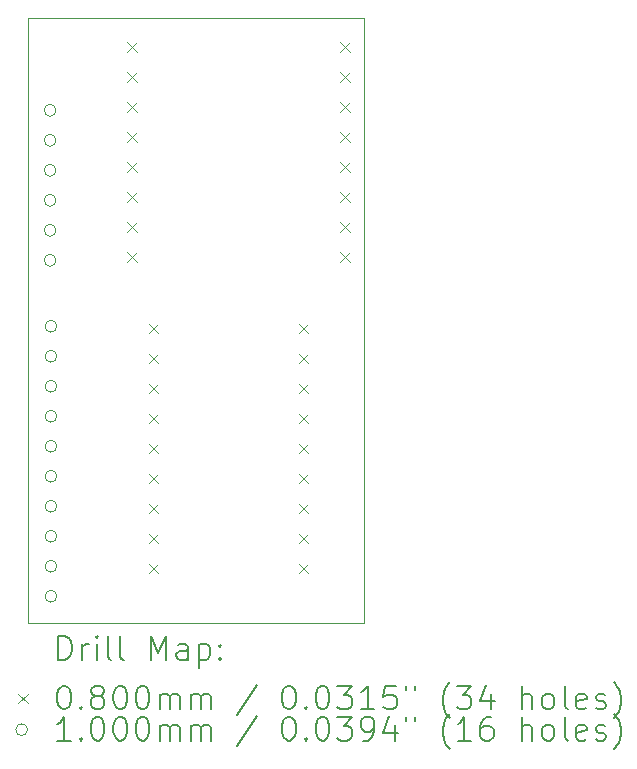
<source format=gbr>
%TF.GenerationSoftware,KiCad,Pcbnew,8.0.8*%
%TF.CreationDate,2025-04-09T11:10:21-04:00*%
%TF.ProjectId,DFPlayer and LCD,4446506c-6179-4657-9220-616e64204c43,rev?*%
%TF.SameCoordinates,Original*%
%TF.FileFunction,Drillmap*%
%TF.FilePolarity,Positive*%
%FSLAX45Y45*%
G04 Gerber Fmt 4.5, Leading zero omitted, Abs format (unit mm)*
G04 Created by KiCad (PCBNEW 8.0.8) date 2025-04-09 11:10:21*
%MOMM*%
%LPD*%
G01*
G04 APERTURE LIST*
%ADD10C,0.050000*%
%ADD11C,0.200000*%
%ADD12C,0.100000*%
G04 APERTURE END LIST*
D10*
X12735000Y-5395000D02*
X15585000Y-5395000D01*
X15585000Y-10510000D01*
X12735000Y-10510000D01*
X12735000Y-5395000D01*
D11*
D12*
X13578300Y-5596000D02*
X13658300Y-5676000D01*
X13658300Y-5596000D02*
X13578300Y-5676000D01*
X13578300Y-5850000D02*
X13658300Y-5930000D01*
X13658300Y-5850000D02*
X13578300Y-5930000D01*
X13578300Y-6104000D02*
X13658300Y-6184000D01*
X13658300Y-6104000D02*
X13578300Y-6184000D01*
X13578300Y-6358000D02*
X13658300Y-6438000D01*
X13658300Y-6358000D02*
X13578300Y-6438000D01*
X13578300Y-6612000D02*
X13658300Y-6692000D01*
X13658300Y-6612000D02*
X13578300Y-6692000D01*
X13578300Y-6866000D02*
X13658300Y-6946000D01*
X13658300Y-6866000D02*
X13578300Y-6946000D01*
X13578300Y-7120000D02*
X13658300Y-7200000D01*
X13658300Y-7120000D02*
X13578300Y-7200000D01*
X13578300Y-7374000D02*
X13658300Y-7454000D01*
X13658300Y-7374000D02*
X13578300Y-7454000D01*
X13760000Y-7979000D02*
X13840000Y-8059000D01*
X13840000Y-7979000D02*
X13760000Y-8059000D01*
X13760000Y-8233000D02*
X13840000Y-8313000D01*
X13840000Y-8233000D02*
X13760000Y-8313000D01*
X13760000Y-8487000D02*
X13840000Y-8567000D01*
X13840000Y-8487000D02*
X13760000Y-8567000D01*
X13760000Y-8741000D02*
X13840000Y-8821000D01*
X13840000Y-8741000D02*
X13760000Y-8821000D01*
X13760000Y-8995000D02*
X13840000Y-9075000D01*
X13840000Y-8995000D02*
X13760000Y-9075000D01*
X13760000Y-9249000D02*
X13840000Y-9329000D01*
X13840000Y-9249000D02*
X13760000Y-9329000D01*
X13760000Y-9503000D02*
X13840000Y-9583000D01*
X13840000Y-9503000D02*
X13760000Y-9583000D01*
X13760000Y-9757000D02*
X13840000Y-9837000D01*
X13840000Y-9757000D02*
X13760000Y-9837000D01*
X13760000Y-10011000D02*
X13840000Y-10091000D01*
X13840000Y-10011000D02*
X13760000Y-10091000D01*
X15030000Y-7979000D02*
X15110000Y-8059000D01*
X15110000Y-7979000D02*
X15030000Y-8059000D01*
X15030000Y-8233000D02*
X15110000Y-8313000D01*
X15110000Y-8233000D02*
X15030000Y-8313000D01*
X15030000Y-8487000D02*
X15110000Y-8567000D01*
X15110000Y-8487000D02*
X15030000Y-8567000D01*
X15030000Y-8741000D02*
X15110000Y-8821000D01*
X15110000Y-8741000D02*
X15030000Y-8821000D01*
X15030000Y-8995000D02*
X15110000Y-9075000D01*
X15110000Y-8995000D02*
X15030000Y-9075000D01*
X15030000Y-9249000D02*
X15110000Y-9329000D01*
X15110000Y-9249000D02*
X15030000Y-9329000D01*
X15030000Y-9503000D02*
X15110000Y-9583000D01*
X15110000Y-9503000D02*
X15030000Y-9583000D01*
X15030000Y-9757000D02*
X15110000Y-9837000D01*
X15110000Y-9757000D02*
X15030000Y-9837000D01*
X15030000Y-10011000D02*
X15110000Y-10091000D01*
X15110000Y-10011000D02*
X15030000Y-10091000D01*
X15381700Y-5596000D02*
X15461700Y-5676000D01*
X15461700Y-5596000D02*
X15381700Y-5676000D01*
X15381700Y-5850000D02*
X15461700Y-5930000D01*
X15461700Y-5850000D02*
X15381700Y-5930000D01*
X15381700Y-6104000D02*
X15461700Y-6184000D01*
X15461700Y-6104000D02*
X15381700Y-6184000D01*
X15381700Y-6358000D02*
X15461700Y-6438000D01*
X15461700Y-6358000D02*
X15381700Y-6438000D01*
X15381700Y-6612000D02*
X15461700Y-6692000D01*
X15461700Y-6612000D02*
X15381700Y-6692000D01*
X15381700Y-6866000D02*
X15461700Y-6946000D01*
X15461700Y-6866000D02*
X15381700Y-6946000D01*
X15381700Y-7120000D02*
X15461700Y-7200000D01*
X15461700Y-7120000D02*
X15381700Y-7200000D01*
X15381700Y-7374000D02*
X15461700Y-7454000D01*
X15461700Y-7374000D02*
X15381700Y-7454000D01*
X12972500Y-6172500D02*
G75*
G02*
X12872500Y-6172500I-50000J0D01*
G01*
X12872500Y-6172500D02*
G75*
G02*
X12972500Y-6172500I50000J0D01*
G01*
X12972500Y-6426500D02*
G75*
G02*
X12872500Y-6426500I-50000J0D01*
G01*
X12872500Y-6426500D02*
G75*
G02*
X12972500Y-6426500I50000J0D01*
G01*
X12972500Y-6680500D02*
G75*
G02*
X12872500Y-6680500I-50000J0D01*
G01*
X12872500Y-6680500D02*
G75*
G02*
X12972500Y-6680500I50000J0D01*
G01*
X12972500Y-6934500D02*
G75*
G02*
X12872500Y-6934500I-50000J0D01*
G01*
X12872500Y-6934500D02*
G75*
G02*
X12972500Y-6934500I50000J0D01*
G01*
X12972500Y-7188500D02*
G75*
G02*
X12872500Y-7188500I-50000J0D01*
G01*
X12872500Y-7188500D02*
G75*
G02*
X12972500Y-7188500I50000J0D01*
G01*
X12972500Y-7442500D02*
G75*
G02*
X12872500Y-7442500I-50000J0D01*
G01*
X12872500Y-7442500D02*
G75*
G02*
X12972500Y-7442500I50000J0D01*
G01*
X12980000Y-8001000D02*
G75*
G02*
X12880000Y-8001000I-50000J0D01*
G01*
X12880000Y-8001000D02*
G75*
G02*
X12980000Y-8001000I50000J0D01*
G01*
X12980000Y-8255000D02*
G75*
G02*
X12880000Y-8255000I-50000J0D01*
G01*
X12880000Y-8255000D02*
G75*
G02*
X12980000Y-8255000I50000J0D01*
G01*
X12980000Y-8509000D02*
G75*
G02*
X12880000Y-8509000I-50000J0D01*
G01*
X12880000Y-8509000D02*
G75*
G02*
X12980000Y-8509000I50000J0D01*
G01*
X12980000Y-8763000D02*
G75*
G02*
X12880000Y-8763000I-50000J0D01*
G01*
X12880000Y-8763000D02*
G75*
G02*
X12980000Y-8763000I50000J0D01*
G01*
X12980000Y-9017000D02*
G75*
G02*
X12880000Y-9017000I-50000J0D01*
G01*
X12880000Y-9017000D02*
G75*
G02*
X12980000Y-9017000I50000J0D01*
G01*
X12980000Y-9271000D02*
G75*
G02*
X12880000Y-9271000I-50000J0D01*
G01*
X12880000Y-9271000D02*
G75*
G02*
X12980000Y-9271000I50000J0D01*
G01*
X12980000Y-9525000D02*
G75*
G02*
X12880000Y-9525000I-50000J0D01*
G01*
X12880000Y-9525000D02*
G75*
G02*
X12980000Y-9525000I50000J0D01*
G01*
X12980000Y-9779000D02*
G75*
G02*
X12880000Y-9779000I-50000J0D01*
G01*
X12880000Y-9779000D02*
G75*
G02*
X12980000Y-9779000I50000J0D01*
G01*
X12980000Y-10033000D02*
G75*
G02*
X12880000Y-10033000I-50000J0D01*
G01*
X12880000Y-10033000D02*
G75*
G02*
X12980000Y-10033000I50000J0D01*
G01*
X12980000Y-10287000D02*
G75*
G02*
X12880000Y-10287000I-50000J0D01*
G01*
X12880000Y-10287000D02*
G75*
G02*
X12980000Y-10287000I50000J0D01*
G01*
D11*
X12993277Y-10823984D02*
X12993277Y-10623984D01*
X12993277Y-10623984D02*
X13040896Y-10623984D01*
X13040896Y-10623984D02*
X13069467Y-10633508D01*
X13069467Y-10633508D02*
X13088515Y-10652555D01*
X13088515Y-10652555D02*
X13098039Y-10671603D01*
X13098039Y-10671603D02*
X13107562Y-10709698D01*
X13107562Y-10709698D02*
X13107562Y-10738270D01*
X13107562Y-10738270D02*
X13098039Y-10776365D01*
X13098039Y-10776365D02*
X13088515Y-10795412D01*
X13088515Y-10795412D02*
X13069467Y-10814460D01*
X13069467Y-10814460D02*
X13040896Y-10823984D01*
X13040896Y-10823984D02*
X12993277Y-10823984D01*
X13193277Y-10823984D02*
X13193277Y-10690650D01*
X13193277Y-10728746D02*
X13202801Y-10709698D01*
X13202801Y-10709698D02*
X13212324Y-10700174D01*
X13212324Y-10700174D02*
X13231372Y-10690650D01*
X13231372Y-10690650D02*
X13250420Y-10690650D01*
X13317086Y-10823984D02*
X13317086Y-10690650D01*
X13317086Y-10623984D02*
X13307562Y-10633508D01*
X13307562Y-10633508D02*
X13317086Y-10643031D01*
X13317086Y-10643031D02*
X13326610Y-10633508D01*
X13326610Y-10633508D02*
X13317086Y-10623984D01*
X13317086Y-10623984D02*
X13317086Y-10643031D01*
X13440896Y-10823984D02*
X13421848Y-10814460D01*
X13421848Y-10814460D02*
X13412324Y-10795412D01*
X13412324Y-10795412D02*
X13412324Y-10623984D01*
X13545658Y-10823984D02*
X13526610Y-10814460D01*
X13526610Y-10814460D02*
X13517086Y-10795412D01*
X13517086Y-10795412D02*
X13517086Y-10623984D01*
X13774229Y-10823984D02*
X13774229Y-10623984D01*
X13774229Y-10623984D02*
X13840896Y-10766841D01*
X13840896Y-10766841D02*
X13907562Y-10623984D01*
X13907562Y-10623984D02*
X13907562Y-10823984D01*
X14088515Y-10823984D02*
X14088515Y-10719222D01*
X14088515Y-10719222D02*
X14078991Y-10700174D01*
X14078991Y-10700174D02*
X14059943Y-10690650D01*
X14059943Y-10690650D02*
X14021848Y-10690650D01*
X14021848Y-10690650D02*
X14002801Y-10700174D01*
X14088515Y-10814460D02*
X14069467Y-10823984D01*
X14069467Y-10823984D02*
X14021848Y-10823984D01*
X14021848Y-10823984D02*
X14002801Y-10814460D01*
X14002801Y-10814460D02*
X13993277Y-10795412D01*
X13993277Y-10795412D02*
X13993277Y-10776365D01*
X13993277Y-10776365D02*
X14002801Y-10757317D01*
X14002801Y-10757317D02*
X14021848Y-10747793D01*
X14021848Y-10747793D02*
X14069467Y-10747793D01*
X14069467Y-10747793D02*
X14088515Y-10738270D01*
X14183753Y-10690650D02*
X14183753Y-10890650D01*
X14183753Y-10700174D02*
X14202801Y-10690650D01*
X14202801Y-10690650D02*
X14240896Y-10690650D01*
X14240896Y-10690650D02*
X14259943Y-10700174D01*
X14259943Y-10700174D02*
X14269467Y-10709698D01*
X14269467Y-10709698D02*
X14278991Y-10728746D01*
X14278991Y-10728746D02*
X14278991Y-10785889D01*
X14278991Y-10785889D02*
X14269467Y-10804936D01*
X14269467Y-10804936D02*
X14259943Y-10814460D01*
X14259943Y-10814460D02*
X14240896Y-10823984D01*
X14240896Y-10823984D02*
X14202801Y-10823984D01*
X14202801Y-10823984D02*
X14183753Y-10814460D01*
X14364705Y-10804936D02*
X14374229Y-10814460D01*
X14374229Y-10814460D02*
X14364705Y-10823984D01*
X14364705Y-10823984D02*
X14355182Y-10814460D01*
X14355182Y-10814460D02*
X14364705Y-10804936D01*
X14364705Y-10804936D02*
X14364705Y-10823984D01*
X14364705Y-10700174D02*
X14374229Y-10709698D01*
X14374229Y-10709698D02*
X14364705Y-10719222D01*
X14364705Y-10719222D02*
X14355182Y-10709698D01*
X14355182Y-10709698D02*
X14364705Y-10700174D01*
X14364705Y-10700174D02*
X14364705Y-10719222D01*
D12*
X12652500Y-11112500D02*
X12732500Y-11192500D01*
X12732500Y-11112500D02*
X12652500Y-11192500D01*
D11*
X13031372Y-11043984D02*
X13050420Y-11043984D01*
X13050420Y-11043984D02*
X13069467Y-11053508D01*
X13069467Y-11053508D02*
X13078991Y-11063031D01*
X13078991Y-11063031D02*
X13088515Y-11082079D01*
X13088515Y-11082079D02*
X13098039Y-11120174D01*
X13098039Y-11120174D02*
X13098039Y-11167793D01*
X13098039Y-11167793D02*
X13088515Y-11205888D01*
X13088515Y-11205888D02*
X13078991Y-11224936D01*
X13078991Y-11224936D02*
X13069467Y-11234460D01*
X13069467Y-11234460D02*
X13050420Y-11243984D01*
X13050420Y-11243984D02*
X13031372Y-11243984D01*
X13031372Y-11243984D02*
X13012324Y-11234460D01*
X13012324Y-11234460D02*
X13002801Y-11224936D01*
X13002801Y-11224936D02*
X12993277Y-11205888D01*
X12993277Y-11205888D02*
X12983753Y-11167793D01*
X12983753Y-11167793D02*
X12983753Y-11120174D01*
X12983753Y-11120174D02*
X12993277Y-11082079D01*
X12993277Y-11082079D02*
X13002801Y-11063031D01*
X13002801Y-11063031D02*
X13012324Y-11053508D01*
X13012324Y-11053508D02*
X13031372Y-11043984D01*
X13183753Y-11224936D02*
X13193277Y-11234460D01*
X13193277Y-11234460D02*
X13183753Y-11243984D01*
X13183753Y-11243984D02*
X13174229Y-11234460D01*
X13174229Y-11234460D02*
X13183753Y-11224936D01*
X13183753Y-11224936D02*
X13183753Y-11243984D01*
X13307562Y-11129698D02*
X13288515Y-11120174D01*
X13288515Y-11120174D02*
X13278991Y-11110650D01*
X13278991Y-11110650D02*
X13269467Y-11091603D01*
X13269467Y-11091603D02*
X13269467Y-11082079D01*
X13269467Y-11082079D02*
X13278991Y-11063031D01*
X13278991Y-11063031D02*
X13288515Y-11053508D01*
X13288515Y-11053508D02*
X13307562Y-11043984D01*
X13307562Y-11043984D02*
X13345658Y-11043984D01*
X13345658Y-11043984D02*
X13364705Y-11053508D01*
X13364705Y-11053508D02*
X13374229Y-11063031D01*
X13374229Y-11063031D02*
X13383753Y-11082079D01*
X13383753Y-11082079D02*
X13383753Y-11091603D01*
X13383753Y-11091603D02*
X13374229Y-11110650D01*
X13374229Y-11110650D02*
X13364705Y-11120174D01*
X13364705Y-11120174D02*
X13345658Y-11129698D01*
X13345658Y-11129698D02*
X13307562Y-11129698D01*
X13307562Y-11129698D02*
X13288515Y-11139222D01*
X13288515Y-11139222D02*
X13278991Y-11148746D01*
X13278991Y-11148746D02*
X13269467Y-11167793D01*
X13269467Y-11167793D02*
X13269467Y-11205888D01*
X13269467Y-11205888D02*
X13278991Y-11224936D01*
X13278991Y-11224936D02*
X13288515Y-11234460D01*
X13288515Y-11234460D02*
X13307562Y-11243984D01*
X13307562Y-11243984D02*
X13345658Y-11243984D01*
X13345658Y-11243984D02*
X13364705Y-11234460D01*
X13364705Y-11234460D02*
X13374229Y-11224936D01*
X13374229Y-11224936D02*
X13383753Y-11205888D01*
X13383753Y-11205888D02*
X13383753Y-11167793D01*
X13383753Y-11167793D02*
X13374229Y-11148746D01*
X13374229Y-11148746D02*
X13364705Y-11139222D01*
X13364705Y-11139222D02*
X13345658Y-11129698D01*
X13507562Y-11043984D02*
X13526610Y-11043984D01*
X13526610Y-11043984D02*
X13545658Y-11053508D01*
X13545658Y-11053508D02*
X13555182Y-11063031D01*
X13555182Y-11063031D02*
X13564705Y-11082079D01*
X13564705Y-11082079D02*
X13574229Y-11120174D01*
X13574229Y-11120174D02*
X13574229Y-11167793D01*
X13574229Y-11167793D02*
X13564705Y-11205888D01*
X13564705Y-11205888D02*
X13555182Y-11224936D01*
X13555182Y-11224936D02*
X13545658Y-11234460D01*
X13545658Y-11234460D02*
X13526610Y-11243984D01*
X13526610Y-11243984D02*
X13507562Y-11243984D01*
X13507562Y-11243984D02*
X13488515Y-11234460D01*
X13488515Y-11234460D02*
X13478991Y-11224936D01*
X13478991Y-11224936D02*
X13469467Y-11205888D01*
X13469467Y-11205888D02*
X13459943Y-11167793D01*
X13459943Y-11167793D02*
X13459943Y-11120174D01*
X13459943Y-11120174D02*
X13469467Y-11082079D01*
X13469467Y-11082079D02*
X13478991Y-11063031D01*
X13478991Y-11063031D02*
X13488515Y-11053508D01*
X13488515Y-11053508D02*
X13507562Y-11043984D01*
X13698039Y-11043984D02*
X13717086Y-11043984D01*
X13717086Y-11043984D02*
X13736134Y-11053508D01*
X13736134Y-11053508D02*
X13745658Y-11063031D01*
X13745658Y-11063031D02*
X13755182Y-11082079D01*
X13755182Y-11082079D02*
X13764705Y-11120174D01*
X13764705Y-11120174D02*
X13764705Y-11167793D01*
X13764705Y-11167793D02*
X13755182Y-11205888D01*
X13755182Y-11205888D02*
X13745658Y-11224936D01*
X13745658Y-11224936D02*
X13736134Y-11234460D01*
X13736134Y-11234460D02*
X13717086Y-11243984D01*
X13717086Y-11243984D02*
X13698039Y-11243984D01*
X13698039Y-11243984D02*
X13678991Y-11234460D01*
X13678991Y-11234460D02*
X13669467Y-11224936D01*
X13669467Y-11224936D02*
X13659943Y-11205888D01*
X13659943Y-11205888D02*
X13650420Y-11167793D01*
X13650420Y-11167793D02*
X13650420Y-11120174D01*
X13650420Y-11120174D02*
X13659943Y-11082079D01*
X13659943Y-11082079D02*
X13669467Y-11063031D01*
X13669467Y-11063031D02*
X13678991Y-11053508D01*
X13678991Y-11053508D02*
X13698039Y-11043984D01*
X13850420Y-11243984D02*
X13850420Y-11110650D01*
X13850420Y-11129698D02*
X13859943Y-11120174D01*
X13859943Y-11120174D02*
X13878991Y-11110650D01*
X13878991Y-11110650D02*
X13907563Y-11110650D01*
X13907563Y-11110650D02*
X13926610Y-11120174D01*
X13926610Y-11120174D02*
X13936134Y-11139222D01*
X13936134Y-11139222D02*
X13936134Y-11243984D01*
X13936134Y-11139222D02*
X13945658Y-11120174D01*
X13945658Y-11120174D02*
X13964705Y-11110650D01*
X13964705Y-11110650D02*
X13993277Y-11110650D01*
X13993277Y-11110650D02*
X14012324Y-11120174D01*
X14012324Y-11120174D02*
X14021848Y-11139222D01*
X14021848Y-11139222D02*
X14021848Y-11243984D01*
X14117086Y-11243984D02*
X14117086Y-11110650D01*
X14117086Y-11129698D02*
X14126610Y-11120174D01*
X14126610Y-11120174D02*
X14145658Y-11110650D01*
X14145658Y-11110650D02*
X14174229Y-11110650D01*
X14174229Y-11110650D02*
X14193277Y-11120174D01*
X14193277Y-11120174D02*
X14202801Y-11139222D01*
X14202801Y-11139222D02*
X14202801Y-11243984D01*
X14202801Y-11139222D02*
X14212324Y-11120174D01*
X14212324Y-11120174D02*
X14231372Y-11110650D01*
X14231372Y-11110650D02*
X14259943Y-11110650D01*
X14259943Y-11110650D02*
X14278991Y-11120174D01*
X14278991Y-11120174D02*
X14288515Y-11139222D01*
X14288515Y-11139222D02*
X14288515Y-11243984D01*
X14678991Y-11034460D02*
X14507563Y-11291603D01*
X14936134Y-11043984D02*
X14955182Y-11043984D01*
X14955182Y-11043984D02*
X14974229Y-11053508D01*
X14974229Y-11053508D02*
X14983753Y-11063031D01*
X14983753Y-11063031D02*
X14993277Y-11082079D01*
X14993277Y-11082079D02*
X15002801Y-11120174D01*
X15002801Y-11120174D02*
X15002801Y-11167793D01*
X15002801Y-11167793D02*
X14993277Y-11205888D01*
X14993277Y-11205888D02*
X14983753Y-11224936D01*
X14983753Y-11224936D02*
X14974229Y-11234460D01*
X14974229Y-11234460D02*
X14955182Y-11243984D01*
X14955182Y-11243984D02*
X14936134Y-11243984D01*
X14936134Y-11243984D02*
X14917086Y-11234460D01*
X14917086Y-11234460D02*
X14907563Y-11224936D01*
X14907563Y-11224936D02*
X14898039Y-11205888D01*
X14898039Y-11205888D02*
X14888515Y-11167793D01*
X14888515Y-11167793D02*
X14888515Y-11120174D01*
X14888515Y-11120174D02*
X14898039Y-11082079D01*
X14898039Y-11082079D02*
X14907563Y-11063031D01*
X14907563Y-11063031D02*
X14917086Y-11053508D01*
X14917086Y-11053508D02*
X14936134Y-11043984D01*
X15088515Y-11224936D02*
X15098039Y-11234460D01*
X15098039Y-11234460D02*
X15088515Y-11243984D01*
X15088515Y-11243984D02*
X15078991Y-11234460D01*
X15078991Y-11234460D02*
X15088515Y-11224936D01*
X15088515Y-11224936D02*
X15088515Y-11243984D01*
X15221848Y-11043984D02*
X15240896Y-11043984D01*
X15240896Y-11043984D02*
X15259944Y-11053508D01*
X15259944Y-11053508D02*
X15269467Y-11063031D01*
X15269467Y-11063031D02*
X15278991Y-11082079D01*
X15278991Y-11082079D02*
X15288515Y-11120174D01*
X15288515Y-11120174D02*
X15288515Y-11167793D01*
X15288515Y-11167793D02*
X15278991Y-11205888D01*
X15278991Y-11205888D02*
X15269467Y-11224936D01*
X15269467Y-11224936D02*
X15259944Y-11234460D01*
X15259944Y-11234460D02*
X15240896Y-11243984D01*
X15240896Y-11243984D02*
X15221848Y-11243984D01*
X15221848Y-11243984D02*
X15202801Y-11234460D01*
X15202801Y-11234460D02*
X15193277Y-11224936D01*
X15193277Y-11224936D02*
X15183753Y-11205888D01*
X15183753Y-11205888D02*
X15174229Y-11167793D01*
X15174229Y-11167793D02*
X15174229Y-11120174D01*
X15174229Y-11120174D02*
X15183753Y-11082079D01*
X15183753Y-11082079D02*
X15193277Y-11063031D01*
X15193277Y-11063031D02*
X15202801Y-11053508D01*
X15202801Y-11053508D02*
X15221848Y-11043984D01*
X15355182Y-11043984D02*
X15478991Y-11043984D01*
X15478991Y-11043984D02*
X15412325Y-11120174D01*
X15412325Y-11120174D02*
X15440896Y-11120174D01*
X15440896Y-11120174D02*
X15459944Y-11129698D01*
X15459944Y-11129698D02*
X15469467Y-11139222D01*
X15469467Y-11139222D02*
X15478991Y-11158270D01*
X15478991Y-11158270D02*
X15478991Y-11205888D01*
X15478991Y-11205888D02*
X15469467Y-11224936D01*
X15469467Y-11224936D02*
X15459944Y-11234460D01*
X15459944Y-11234460D02*
X15440896Y-11243984D01*
X15440896Y-11243984D02*
X15383753Y-11243984D01*
X15383753Y-11243984D02*
X15364706Y-11234460D01*
X15364706Y-11234460D02*
X15355182Y-11224936D01*
X15669467Y-11243984D02*
X15555182Y-11243984D01*
X15612325Y-11243984D02*
X15612325Y-11043984D01*
X15612325Y-11043984D02*
X15593277Y-11072555D01*
X15593277Y-11072555D02*
X15574229Y-11091603D01*
X15574229Y-11091603D02*
X15555182Y-11101127D01*
X15850420Y-11043984D02*
X15755182Y-11043984D01*
X15755182Y-11043984D02*
X15745658Y-11139222D01*
X15745658Y-11139222D02*
X15755182Y-11129698D01*
X15755182Y-11129698D02*
X15774229Y-11120174D01*
X15774229Y-11120174D02*
X15821848Y-11120174D01*
X15821848Y-11120174D02*
X15840896Y-11129698D01*
X15840896Y-11129698D02*
X15850420Y-11139222D01*
X15850420Y-11139222D02*
X15859944Y-11158270D01*
X15859944Y-11158270D02*
X15859944Y-11205888D01*
X15859944Y-11205888D02*
X15850420Y-11224936D01*
X15850420Y-11224936D02*
X15840896Y-11234460D01*
X15840896Y-11234460D02*
X15821848Y-11243984D01*
X15821848Y-11243984D02*
X15774229Y-11243984D01*
X15774229Y-11243984D02*
X15755182Y-11234460D01*
X15755182Y-11234460D02*
X15745658Y-11224936D01*
X15936134Y-11043984D02*
X15936134Y-11082079D01*
X16012325Y-11043984D02*
X16012325Y-11082079D01*
X16307563Y-11320174D02*
X16298039Y-11310650D01*
X16298039Y-11310650D02*
X16278991Y-11282079D01*
X16278991Y-11282079D02*
X16269468Y-11263031D01*
X16269468Y-11263031D02*
X16259944Y-11234460D01*
X16259944Y-11234460D02*
X16250420Y-11186841D01*
X16250420Y-11186841D02*
X16250420Y-11148746D01*
X16250420Y-11148746D02*
X16259944Y-11101127D01*
X16259944Y-11101127D02*
X16269468Y-11072555D01*
X16269468Y-11072555D02*
X16278991Y-11053508D01*
X16278991Y-11053508D02*
X16298039Y-11024936D01*
X16298039Y-11024936D02*
X16307563Y-11015412D01*
X16364706Y-11043984D02*
X16488515Y-11043984D01*
X16488515Y-11043984D02*
X16421848Y-11120174D01*
X16421848Y-11120174D02*
X16450420Y-11120174D01*
X16450420Y-11120174D02*
X16469468Y-11129698D01*
X16469468Y-11129698D02*
X16478991Y-11139222D01*
X16478991Y-11139222D02*
X16488515Y-11158270D01*
X16488515Y-11158270D02*
X16488515Y-11205888D01*
X16488515Y-11205888D02*
X16478991Y-11224936D01*
X16478991Y-11224936D02*
X16469468Y-11234460D01*
X16469468Y-11234460D02*
X16450420Y-11243984D01*
X16450420Y-11243984D02*
X16393277Y-11243984D01*
X16393277Y-11243984D02*
X16374229Y-11234460D01*
X16374229Y-11234460D02*
X16364706Y-11224936D01*
X16659944Y-11110650D02*
X16659944Y-11243984D01*
X16612325Y-11034460D02*
X16564706Y-11177317D01*
X16564706Y-11177317D02*
X16688515Y-11177317D01*
X16917087Y-11243984D02*
X16917087Y-11043984D01*
X17002801Y-11243984D02*
X17002801Y-11139222D01*
X17002801Y-11139222D02*
X16993277Y-11120174D01*
X16993277Y-11120174D02*
X16974230Y-11110650D01*
X16974230Y-11110650D02*
X16945658Y-11110650D01*
X16945658Y-11110650D02*
X16926611Y-11120174D01*
X16926611Y-11120174D02*
X16917087Y-11129698D01*
X17126611Y-11243984D02*
X17107563Y-11234460D01*
X17107563Y-11234460D02*
X17098039Y-11224936D01*
X17098039Y-11224936D02*
X17088515Y-11205888D01*
X17088515Y-11205888D02*
X17088515Y-11148746D01*
X17088515Y-11148746D02*
X17098039Y-11129698D01*
X17098039Y-11129698D02*
X17107563Y-11120174D01*
X17107563Y-11120174D02*
X17126611Y-11110650D01*
X17126611Y-11110650D02*
X17155182Y-11110650D01*
X17155182Y-11110650D02*
X17174230Y-11120174D01*
X17174230Y-11120174D02*
X17183753Y-11129698D01*
X17183753Y-11129698D02*
X17193277Y-11148746D01*
X17193277Y-11148746D02*
X17193277Y-11205888D01*
X17193277Y-11205888D02*
X17183753Y-11224936D01*
X17183753Y-11224936D02*
X17174230Y-11234460D01*
X17174230Y-11234460D02*
X17155182Y-11243984D01*
X17155182Y-11243984D02*
X17126611Y-11243984D01*
X17307563Y-11243984D02*
X17288515Y-11234460D01*
X17288515Y-11234460D02*
X17278992Y-11215412D01*
X17278992Y-11215412D02*
X17278992Y-11043984D01*
X17459944Y-11234460D02*
X17440896Y-11243984D01*
X17440896Y-11243984D02*
X17402801Y-11243984D01*
X17402801Y-11243984D02*
X17383753Y-11234460D01*
X17383753Y-11234460D02*
X17374230Y-11215412D01*
X17374230Y-11215412D02*
X17374230Y-11139222D01*
X17374230Y-11139222D02*
X17383753Y-11120174D01*
X17383753Y-11120174D02*
X17402801Y-11110650D01*
X17402801Y-11110650D02*
X17440896Y-11110650D01*
X17440896Y-11110650D02*
X17459944Y-11120174D01*
X17459944Y-11120174D02*
X17469468Y-11139222D01*
X17469468Y-11139222D02*
X17469468Y-11158270D01*
X17469468Y-11158270D02*
X17374230Y-11177317D01*
X17545658Y-11234460D02*
X17564706Y-11243984D01*
X17564706Y-11243984D02*
X17602801Y-11243984D01*
X17602801Y-11243984D02*
X17621849Y-11234460D01*
X17621849Y-11234460D02*
X17631373Y-11215412D01*
X17631373Y-11215412D02*
X17631373Y-11205888D01*
X17631373Y-11205888D02*
X17621849Y-11186841D01*
X17621849Y-11186841D02*
X17602801Y-11177317D01*
X17602801Y-11177317D02*
X17574230Y-11177317D01*
X17574230Y-11177317D02*
X17555182Y-11167793D01*
X17555182Y-11167793D02*
X17545658Y-11148746D01*
X17545658Y-11148746D02*
X17545658Y-11139222D01*
X17545658Y-11139222D02*
X17555182Y-11120174D01*
X17555182Y-11120174D02*
X17574230Y-11110650D01*
X17574230Y-11110650D02*
X17602801Y-11110650D01*
X17602801Y-11110650D02*
X17621849Y-11120174D01*
X17698039Y-11320174D02*
X17707563Y-11310650D01*
X17707563Y-11310650D02*
X17726611Y-11282079D01*
X17726611Y-11282079D02*
X17736134Y-11263031D01*
X17736134Y-11263031D02*
X17745658Y-11234460D01*
X17745658Y-11234460D02*
X17755182Y-11186841D01*
X17755182Y-11186841D02*
X17755182Y-11148746D01*
X17755182Y-11148746D02*
X17745658Y-11101127D01*
X17745658Y-11101127D02*
X17736134Y-11072555D01*
X17736134Y-11072555D02*
X17726611Y-11053508D01*
X17726611Y-11053508D02*
X17707563Y-11024936D01*
X17707563Y-11024936D02*
X17698039Y-11015412D01*
D12*
X12732500Y-11416500D02*
G75*
G02*
X12632500Y-11416500I-50000J0D01*
G01*
X12632500Y-11416500D02*
G75*
G02*
X12732500Y-11416500I50000J0D01*
G01*
D11*
X13098039Y-11507984D02*
X12983753Y-11507984D01*
X13040896Y-11507984D02*
X13040896Y-11307984D01*
X13040896Y-11307984D02*
X13021848Y-11336555D01*
X13021848Y-11336555D02*
X13002801Y-11355603D01*
X13002801Y-11355603D02*
X12983753Y-11365127D01*
X13183753Y-11488936D02*
X13193277Y-11498460D01*
X13193277Y-11498460D02*
X13183753Y-11507984D01*
X13183753Y-11507984D02*
X13174229Y-11498460D01*
X13174229Y-11498460D02*
X13183753Y-11488936D01*
X13183753Y-11488936D02*
X13183753Y-11507984D01*
X13317086Y-11307984D02*
X13336134Y-11307984D01*
X13336134Y-11307984D02*
X13355182Y-11317508D01*
X13355182Y-11317508D02*
X13364705Y-11327031D01*
X13364705Y-11327031D02*
X13374229Y-11346079D01*
X13374229Y-11346079D02*
X13383753Y-11384174D01*
X13383753Y-11384174D02*
X13383753Y-11431793D01*
X13383753Y-11431793D02*
X13374229Y-11469888D01*
X13374229Y-11469888D02*
X13364705Y-11488936D01*
X13364705Y-11488936D02*
X13355182Y-11498460D01*
X13355182Y-11498460D02*
X13336134Y-11507984D01*
X13336134Y-11507984D02*
X13317086Y-11507984D01*
X13317086Y-11507984D02*
X13298039Y-11498460D01*
X13298039Y-11498460D02*
X13288515Y-11488936D01*
X13288515Y-11488936D02*
X13278991Y-11469888D01*
X13278991Y-11469888D02*
X13269467Y-11431793D01*
X13269467Y-11431793D02*
X13269467Y-11384174D01*
X13269467Y-11384174D02*
X13278991Y-11346079D01*
X13278991Y-11346079D02*
X13288515Y-11327031D01*
X13288515Y-11327031D02*
X13298039Y-11317508D01*
X13298039Y-11317508D02*
X13317086Y-11307984D01*
X13507562Y-11307984D02*
X13526610Y-11307984D01*
X13526610Y-11307984D02*
X13545658Y-11317508D01*
X13545658Y-11317508D02*
X13555182Y-11327031D01*
X13555182Y-11327031D02*
X13564705Y-11346079D01*
X13564705Y-11346079D02*
X13574229Y-11384174D01*
X13574229Y-11384174D02*
X13574229Y-11431793D01*
X13574229Y-11431793D02*
X13564705Y-11469888D01*
X13564705Y-11469888D02*
X13555182Y-11488936D01*
X13555182Y-11488936D02*
X13545658Y-11498460D01*
X13545658Y-11498460D02*
X13526610Y-11507984D01*
X13526610Y-11507984D02*
X13507562Y-11507984D01*
X13507562Y-11507984D02*
X13488515Y-11498460D01*
X13488515Y-11498460D02*
X13478991Y-11488936D01*
X13478991Y-11488936D02*
X13469467Y-11469888D01*
X13469467Y-11469888D02*
X13459943Y-11431793D01*
X13459943Y-11431793D02*
X13459943Y-11384174D01*
X13459943Y-11384174D02*
X13469467Y-11346079D01*
X13469467Y-11346079D02*
X13478991Y-11327031D01*
X13478991Y-11327031D02*
X13488515Y-11317508D01*
X13488515Y-11317508D02*
X13507562Y-11307984D01*
X13698039Y-11307984D02*
X13717086Y-11307984D01*
X13717086Y-11307984D02*
X13736134Y-11317508D01*
X13736134Y-11317508D02*
X13745658Y-11327031D01*
X13745658Y-11327031D02*
X13755182Y-11346079D01*
X13755182Y-11346079D02*
X13764705Y-11384174D01*
X13764705Y-11384174D02*
X13764705Y-11431793D01*
X13764705Y-11431793D02*
X13755182Y-11469888D01*
X13755182Y-11469888D02*
X13745658Y-11488936D01*
X13745658Y-11488936D02*
X13736134Y-11498460D01*
X13736134Y-11498460D02*
X13717086Y-11507984D01*
X13717086Y-11507984D02*
X13698039Y-11507984D01*
X13698039Y-11507984D02*
X13678991Y-11498460D01*
X13678991Y-11498460D02*
X13669467Y-11488936D01*
X13669467Y-11488936D02*
X13659943Y-11469888D01*
X13659943Y-11469888D02*
X13650420Y-11431793D01*
X13650420Y-11431793D02*
X13650420Y-11384174D01*
X13650420Y-11384174D02*
X13659943Y-11346079D01*
X13659943Y-11346079D02*
X13669467Y-11327031D01*
X13669467Y-11327031D02*
X13678991Y-11317508D01*
X13678991Y-11317508D02*
X13698039Y-11307984D01*
X13850420Y-11507984D02*
X13850420Y-11374650D01*
X13850420Y-11393698D02*
X13859943Y-11384174D01*
X13859943Y-11384174D02*
X13878991Y-11374650D01*
X13878991Y-11374650D02*
X13907563Y-11374650D01*
X13907563Y-11374650D02*
X13926610Y-11384174D01*
X13926610Y-11384174D02*
X13936134Y-11403222D01*
X13936134Y-11403222D02*
X13936134Y-11507984D01*
X13936134Y-11403222D02*
X13945658Y-11384174D01*
X13945658Y-11384174D02*
X13964705Y-11374650D01*
X13964705Y-11374650D02*
X13993277Y-11374650D01*
X13993277Y-11374650D02*
X14012324Y-11384174D01*
X14012324Y-11384174D02*
X14021848Y-11403222D01*
X14021848Y-11403222D02*
X14021848Y-11507984D01*
X14117086Y-11507984D02*
X14117086Y-11374650D01*
X14117086Y-11393698D02*
X14126610Y-11384174D01*
X14126610Y-11384174D02*
X14145658Y-11374650D01*
X14145658Y-11374650D02*
X14174229Y-11374650D01*
X14174229Y-11374650D02*
X14193277Y-11384174D01*
X14193277Y-11384174D02*
X14202801Y-11403222D01*
X14202801Y-11403222D02*
X14202801Y-11507984D01*
X14202801Y-11403222D02*
X14212324Y-11384174D01*
X14212324Y-11384174D02*
X14231372Y-11374650D01*
X14231372Y-11374650D02*
X14259943Y-11374650D01*
X14259943Y-11374650D02*
X14278991Y-11384174D01*
X14278991Y-11384174D02*
X14288515Y-11403222D01*
X14288515Y-11403222D02*
X14288515Y-11507984D01*
X14678991Y-11298460D02*
X14507563Y-11555603D01*
X14936134Y-11307984D02*
X14955182Y-11307984D01*
X14955182Y-11307984D02*
X14974229Y-11317508D01*
X14974229Y-11317508D02*
X14983753Y-11327031D01*
X14983753Y-11327031D02*
X14993277Y-11346079D01*
X14993277Y-11346079D02*
X15002801Y-11384174D01*
X15002801Y-11384174D02*
X15002801Y-11431793D01*
X15002801Y-11431793D02*
X14993277Y-11469888D01*
X14993277Y-11469888D02*
X14983753Y-11488936D01*
X14983753Y-11488936D02*
X14974229Y-11498460D01*
X14974229Y-11498460D02*
X14955182Y-11507984D01*
X14955182Y-11507984D02*
X14936134Y-11507984D01*
X14936134Y-11507984D02*
X14917086Y-11498460D01*
X14917086Y-11498460D02*
X14907563Y-11488936D01*
X14907563Y-11488936D02*
X14898039Y-11469888D01*
X14898039Y-11469888D02*
X14888515Y-11431793D01*
X14888515Y-11431793D02*
X14888515Y-11384174D01*
X14888515Y-11384174D02*
X14898039Y-11346079D01*
X14898039Y-11346079D02*
X14907563Y-11327031D01*
X14907563Y-11327031D02*
X14917086Y-11317508D01*
X14917086Y-11317508D02*
X14936134Y-11307984D01*
X15088515Y-11488936D02*
X15098039Y-11498460D01*
X15098039Y-11498460D02*
X15088515Y-11507984D01*
X15088515Y-11507984D02*
X15078991Y-11498460D01*
X15078991Y-11498460D02*
X15088515Y-11488936D01*
X15088515Y-11488936D02*
X15088515Y-11507984D01*
X15221848Y-11307984D02*
X15240896Y-11307984D01*
X15240896Y-11307984D02*
X15259944Y-11317508D01*
X15259944Y-11317508D02*
X15269467Y-11327031D01*
X15269467Y-11327031D02*
X15278991Y-11346079D01*
X15278991Y-11346079D02*
X15288515Y-11384174D01*
X15288515Y-11384174D02*
X15288515Y-11431793D01*
X15288515Y-11431793D02*
X15278991Y-11469888D01*
X15278991Y-11469888D02*
X15269467Y-11488936D01*
X15269467Y-11488936D02*
X15259944Y-11498460D01*
X15259944Y-11498460D02*
X15240896Y-11507984D01*
X15240896Y-11507984D02*
X15221848Y-11507984D01*
X15221848Y-11507984D02*
X15202801Y-11498460D01*
X15202801Y-11498460D02*
X15193277Y-11488936D01*
X15193277Y-11488936D02*
X15183753Y-11469888D01*
X15183753Y-11469888D02*
X15174229Y-11431793D01*
X15174229Y-11431793D02*
X15174229Y-11384174D01*
X15174229Y-11384174D02*
X15183753Y-11346079D01*
X15183753Y-11346079D02*
X15193277Y-11327031D01*
X15193277Y-11327031D02*
X15202801Y-11317508D01*
X15202801Y-11317508D02*
X15221848Y-11307984D01*
X15355182Y-11307984D02*
X15478991Y-11307984D01*
X15478991Y-11307984D02*
X15412325Y-11384174D01*
X15412325Y-11384174D02*
X15440896Y-11384174D01*
X15440896Y-11384174D02*
X15459944Y-11393698D01*
X15459944Y-11393698D02*
X15469467Y-11403222D01*
X15469467Y-11403222D02*
X15478991Y-11422269D01*
X15478991Y-11422269D02*
X15478991Y-11469888D01*
X15478991Y-11469888D02*
X15469467Y-11488936D01*
X15469467Y-11488936D02*
X15459944Y-11498460D01*
X15459944Y-11498460D02*
X15440896Y-11507984D01*
X15440896Y-11507984D02*
X15383753Y-11507984D01*
X15383753Y-11507984D02*
X15364706Y-11498460D01*
X15364706Y-11498460D02*
X15355182Y-11488936D01*
X15574229Y-11507984D02*
X15612325Y-11507984D01*
X15612325Y-11507984D02*
X15631372Y-11498460D01*
X15631372Y-11498460D02*
X15640896Y-11488936D01*
X15640896Y-11488936D02*
X15659944Y-11460365D01*
X15659944Y-11460365D02*
X15669467Y-11422269D01*
X15669467Y-11422269D02*
X15669467Y-11346079D01*
X15669467Y-11346079D02*
X15659944Y-11327031D01*
X15659944Y-11327031D02*
X15650420Y-11317508D01*
X15650420Y-11317508D02*
X15631372Y-11307984D01*
X15631372Y-11307984D02*
X15593277Y-11307984D01*
X15593277Y-11307984D02*
X15574229Y-11317508D01*
X15574229Y-11317508D02*
X15564706Y-11327031D01*
X15564706Y-11327031D02*
X15555182Y-11346079D01*
X15555182Y-11346079D02*
X15555182Y-11393698D01*
X15555182Y-11393698D02*
X15564706Y-11412746D01*
X15564706Y-11412746D02*
X15574229Y-11422269D01*
X15574229Y-11422269D02*
X15593277Y-11431793D01*
X15593277Y-11431793D02*
X15631372Y-11431793D01*
X15631372Y-11431793D02*
X15650420Y-11422269D01*
X15650420Y-11422269D02*
X15659944Y-11412746D01*
X15659944Y-11412746D02*
X15669467Y-11393698D01*
X15840896Y-11374650D02*
X15840896Y-11507984D01*
X15793277Y-11298460D02*
X15745658Y-11441317D01*
X15745658Y-11441317D02*
X15869467Y-11441317D01*
X15936134Y-11307984D02*
X15936134Y-11346079D01*
X16012325Y-11307984D02*
X16012325Y-11346079D01*
X16307563Y-11584174D02*
X16298039Y-11574650D01*
X16298039Y-11574650D02*
X16278991Y-11546079D01*
X16278991Y-11546079D02*
X16269468Y-11527031D01*
X16269468Y-11527031D02*
X16259944Y-11498460D01*
X16259944Y-11498460D02*
X16250420Y-11450841D01*
X16250420Y-11450841D02*
X16250420Y-11412746D01*
X16250420Y-11412746D02*
X16259944Y-11365127D01*
X16259944Y-11365127D02*
X16269468Y-11336555D01*
X16269468Y-11336555D02*
X16278991Y-11317508D01*
X16278991Y-11317508D02*
X16298039Y-11288936D01*
X16298039Y-11288936D02*
X16307563Y-11279412D01*
X16488515Y-11507984D02*
X16374229Y-11507984D01*
X16431372Y-11507984D02*
X16431372Y-11307984D01*
X16431372Y-11307984D02*
X16412325Y-11336555D01*
X16412325Y-11336555D02*
X16393277Y-11355603D01*
X16393277Y-11355603D02*
X16374229Y-11365127D01*
X16659944Y-11307984D02*
X16621848Y-11307984D01*
X16621848Y-11307984D02*
X16602801Y-11317508D01*
X16602801Y-11317508D02*
X16593277Y-11327031D01*
X16593277Y-11327031D02*
X16574229Y-11355603D01*
X16574229Y-11355603D02*
X16564706Y-11393698D01*
X16564706Y-11393698D02*
X16564706Y-11469888D01*
X16564706Y-11469888D02*
X16574229Y-11488936D01*
X16574229Y-11488936D02*
X16583753Y-11498460D01*
X16583753Y-11498460D02*
X16602801Y-11507984D01*
X16602801Y-11507984D02*
X16640896Y-11507984D01*
X16640896Y-11507984D02*
X16659944Y-11498460D01*
X16659944Y-11498460D02*
X16669468Y-11488936D01*
X16669468Y-11488936D02*
X16678991Y-11469888D01*
X16678991Y-11469888D02*
X16678991Y-11422269D01*
X16678991Y-11422269D02*
X16669468Y-11403222D01*
X16669468Y-11403222D02*
X16659944Y-11393698D01*
X16659944Y-11393698D02*
X16640896Y-11384174D01*
X16640896Y-11384174D02*
X16602801Y-11384174D01*
X16602801Y-11384174D02*
X16583753Y-11393698D01*
X16583753Y-11393698D02*
X16574229Y-11403222D01*
X16574229Y-11403222D02*
X16564706Y-11422269D01*
X16917087Y-11507984D02*
X16917087Y-11307984D01*
X17002801Y-11507984D02*
X17002801Y-11403222D01*
X17002801Y-11403222D02*
X16993277Y-11384174D01*
X16993277Y-11384174D02*
X16974230Y-11374650D01*
X16974230Y-11374650D02*
X16945658Y-11374650D01*
X16945658Y-11374650D02*
X16926611Y-11384174D01*
X16926611Y-11384174D02*
X16917087Y-11393698D01*
X17126611Y-11507984D02*
X17107563Y-11498460D01*
X17107563Y-11498460D02*
X17098039Y-11488936D01*
X17098039Y-11488936D02*
X17088515Y-11469888D01*
X17088515Y-11469888D02*
X17088515Y-11412746D01*
X17088515Y-11412746D02*
X17098039Y-11393698D01*
X17098039Y-11393698D02*
X17107563Y-11384174D01*
X17107563Y-11384174D02*
X17126611Y-11374650D01*
X17126611Y-11374650D02*
X17155182Y-11374650D01*
X17155182Y-11374650D02*
X17174230Y-11384174D01*
X17174230Y-11384174D02*
X17183753Y-11393698D01*
X17183753Y-11393698D02*
X17193277Y-11412746D01*
X17193277Y-11412746D02*
X17193277Y-11469888D01*
X17193277Y-11469888D02*
X17183753Y-11488936D01*
X17183753Y-11488936D02*
X17174230Y-11498460D01*
X17174230Y-11498460D02*
X17155182Y-11507984D01*
X17155182Y-11507984D02*
X17126611Y-11507984D01*
X17307563Y-11507984D02*
X17288515Y-11498460D01*
X17288515Y-11498460D02*
X17278992Y-11479412D01*
X17278992Y-11479412D02*
X17278992Y-11307984D01*
X17459944Y-11498460D02*
X17440896Y-11507984D01*
X17440896Y-11507984D02*
X17402801Y-11507984D01*
X17402801Y-11507984D02*
X17383753Y-11498460D01*
X17383753Y-11498460D02*
X17374230Y-11479412D01*
X17374230Y-11479412D02*
X17374230Y-11403222D01*
X17374230Y-11403222D02*
X17383753Y-11384174D01*
X17383753Y-11384174D02*
X17402801Y-11374650D01*
X17402801Y-11374650D02*
X17440896Y-11374650D01*
X17440896Y-11374650D02*
X17459944Y-11384174D01*
X17459944Y-11384174D02*
X17469468Y-11403222D01*
X17469468Y-11403222D02*
X17469468Y-11422269D01*
X17469468Y-11422269D02*
X17374230Y-11441317D01*
X17545658Y-11498460D02*
X17564706Y-11507984D01*
X17564706Y-11507984D02*
X17602801Y-11507984D01*
X17602801Y-11507984D02*
X17621849Y-11498460D01*
X17621849Y-11498460D02*
X17631373Y-11479412D01*
X17631373Y-11479412D02*
X17631373Y-11469888D01*
X17631373Y-11469888D02*
X17621849Y-11450841D01*
X17621849Y-11450841D02*
X17602801Y-11441317D01*
X17602801Y-11441317D02*
X17574230Y-11441317D01*
X17574230Y-11441317D02*
X17555182Y-11431793D01*
X17555182Y-11431793D02*
X17545658Y-11412746D01*
X17545658Y-11412746D02*
X17545658Y-11403222D01*
X17545658Y-11403222D02*
X17555182Y-11384174D01*
X17555182Y-11384174D02*
X17574230Y-11374650D01*
X17574230Y-11374650D02*
X17602801Y-11374650D01*
X17602801Y-11374650D02*
X17621849Y-11384174D01*
X17698039Y-11584174D02*
X17707563Y-11574650D01*
X17707563Y-11574650D02*
X17726611Y-11546079D01*
X17726611Y-11546079D02*
X17736134Y-11527031D01*
X17736134Y-11527031D02*
X17745658Y-11498460D01*
X17745658Y-11498460D02*
X17755182Y-11450841D01*
X17755182Y-11450841D02*
X17755182Y-11412746D01*
X17755182Y-11412746D02*
X17745658Y-11365127D01*
X17745658Y-11365127D02*
X17736134Y-11336555D01*
X17736134Y-11336555D02*
X17726611Y-11317508D01*
X17726611Y-11317508D02*
X17707563Y-11288936D01*
X17707563Y-11288936D02*
X17698039Y-11279412D01*
M02*

</source>
